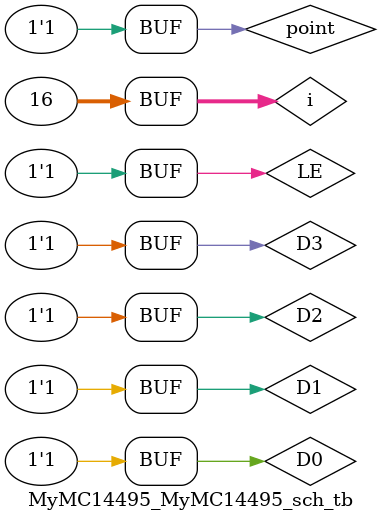
<source format=v>

`timescale 1ns / 1ps

module MyMC14495_MyMC14495_sch_tb();

// Inputs
   reg point;
   reg LE;
   reg D3;
   reg D2;
   reg D1;
   reg D0;

// Output
   wire p;
   wire a;
   wire b;
   wire c;
   wire d;
   wire e;
   wire f;
   wire g;

// Bidirs

// Instantiate the UUT
   MyMC14495 UUT (
		.point(point), 
		.p(p), 
		.LE(LE), 
		.a(a), 
		.b(b), 
		.c(c), 
		.d(d), 
		.e(e), 
		.f(f), 
		.g(g), 
		.D3(D3), 
		.D2(D2), 
		.D1(D1), 
		.D0(D0)
   );
// Initialize Inputs
   //`ifdef auto_init
		integer i;
      initial begin
			point = 0;
			LE = 0;
			D3 = 0;
			D2 = 0;
			D1 = 0;
			D0 = 0;
			for(i = 0; i <= 15; i = i + 1) begin
				{D3, D2, D1, D0} = i;
				point = i;
				#50;
			end
			
			#50;
			LE = 1;
		end
   //`endif
endmodule

</source>
